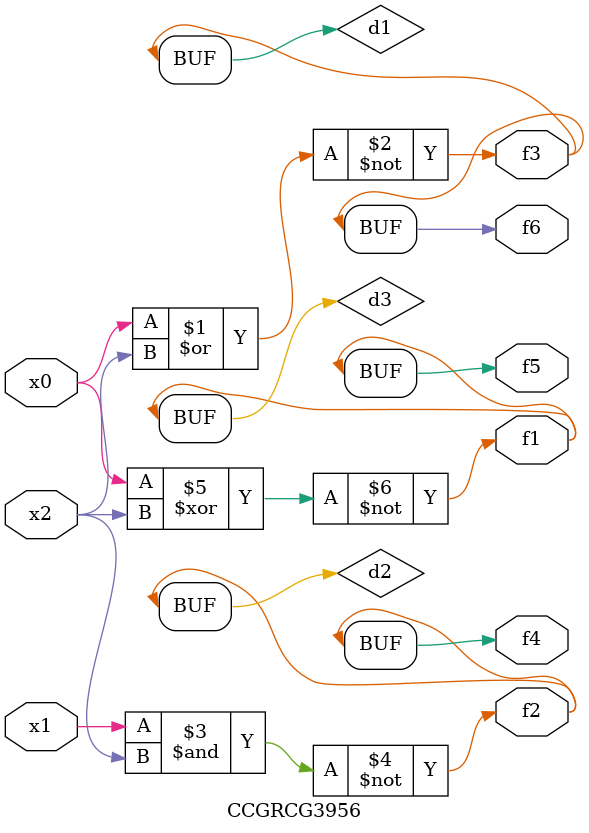
<source format=v>
module CCGRCG3956(
	input x0, x1, x2,
	output f1, f2, f3, f4, f5, f6
);

	wire d1, d2, d3;

	nor (d1, x0, x2);
	nand (d2, x1, x2);
	xnor (d3, x0, x2);
	assign f1 = d3;
	assign f2 = d2;
	assign f3 = d1;
	assign f4 = d2;
	assign f5 = d3;
	assign f6 = d1;
endmodule

</source>
